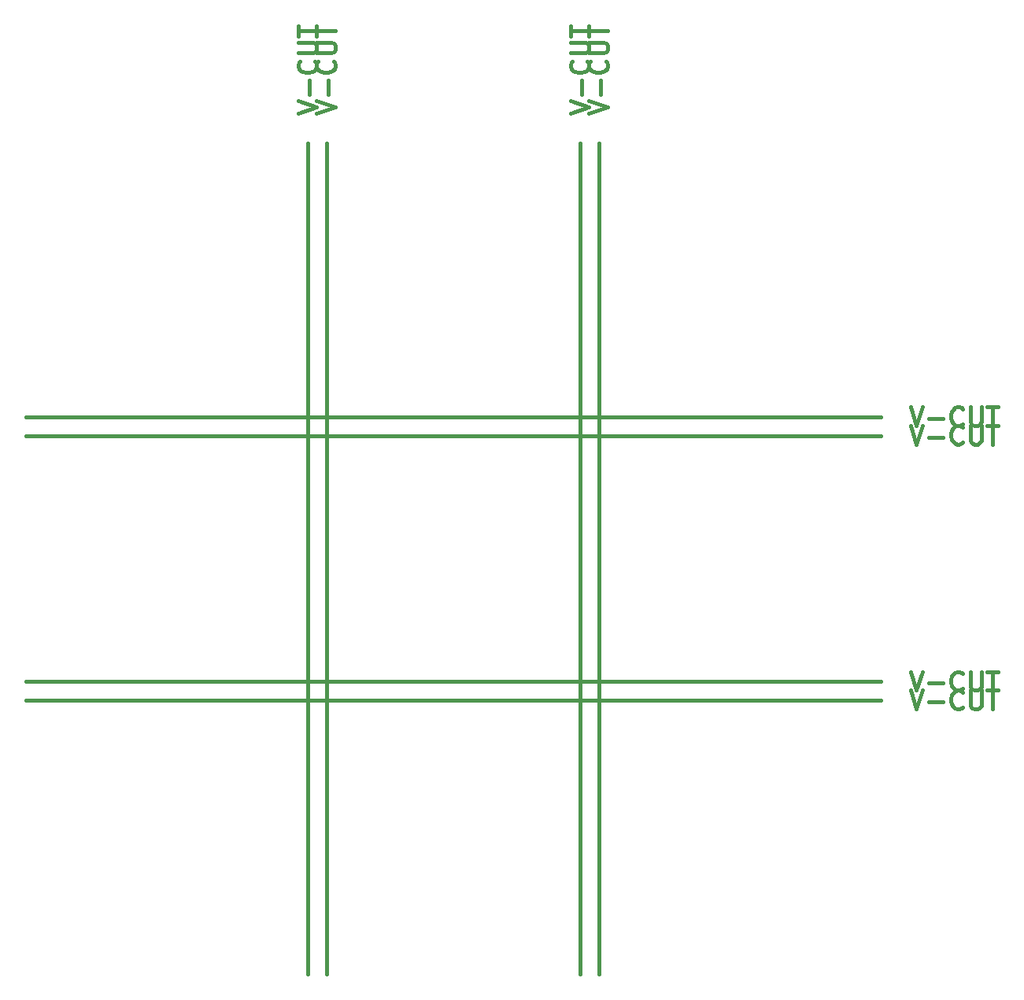
<source format=gbr>
%TF.GenerationSoftware,KiCad,Pcbnew,7.0.2-0*%
%TF.CreationDate,2024-04-23T15:27:55-05:00*%
%TF.ProjectId,saopowerbrdvcut,73616f70-6f77-4657-9262-726476637574,rev?*%
%TF.SameCoordinates,Original*%
%TF.FileFunction,Other,Comment*%
%FSLAX46Y46*%
G04 Gerber Fmt 4.6, Leading zero omitted, Abs format (unit mm)*
G04 Created by KiCad (PCBNEW 7.0.2-0) date 2024-04-23 15:27:55*
%MOMM*%
%LPD*%
G01*
G04 APERTURE LIST*
%ADD10C,0.400000*%
G04 APERTURE END LIST*
D10*
X197643475Y-47420765D02*
X198310141Y-49420765D01*
X198310141Y-49420765D02*
X198976808Y-47420765D01*
X199643475Y-48658860D02*
X201167285Y-48658860D01*
X203262522Y-49230288D02*
X203167284Y-49325527D01*
X203167284Y-49325527D02*
X202881570Y-49420765D01*
X202881570Y-49420765D02*
X202691094Y-49420765D01*
X202691094Y-49420765D02*
X202405379Y-49325527D01*
X202405379Y-49325527D02*
X202214903Y-49135050D01*
X202214903Y-49135050D02*
X202119665Y-48944574D01*
X202119665Y-48944574D02*
X202024427Y-48563622D01*
X202024427Y-48563622D02*
X202024427Y-48277907D01*
X202024427Y-48277907D02*
X202119665Y-47896955D01*
X202119665Y-47896955D02*
X202214903Y-47706479D01*
X202214903Y-47706479D02*
X202405379Y-47516003D01*
X202405379Y-47516003D02*
X202691094Y-47420765D01*
X202691094Y-47420765D02*
X202881570Y-47420765D01*
X202881570Y-47420765D02*
X203167284Y-47516003D01*
X203167284Y-47516003D02*
X203262522Y-47611241D01*
X204119665Y-47420765D02*
X204119665Y-49039812D01*
X204119665Y-49039812D02*
X204214903Y-49230288D01*
X204214903Y-49230288D02*
X204310141Y-49325527D01*
X204310141Y-49325527D02*
X204500617Y-49420765D01*
X204500617Y-49420765D02*
X204881570Y-49420765D01*
X204881570Y-49420765D02*
X205072046Y-49325527D01*
X205072046Y-49325527D02*
X205167284Y-49230288D01*
X205167284Y-49230288D02*
X205262522Y-49039812D01*
X205262522Y-49039812D02*
X205262522Y-47420765D01*
X205929189Y-47420765D02*
X207072046Y-47420765D01*
X206500617Y-49420765D02*
X206500617Y-47420765D01*
X163073239Y-13809523D02*
X165073239Y-13142857D01*
X165073239Y-13142857D02*
X163073239Y-12476190D01*
X164311334Y-11809523D02*
X164311334Y-10285714D01*
X164882762Y-8190476D02*
X164978001Y-8285714D01*
X164978001Y-8285714D02*
X165073239Y-8571428D01*
X165073239Y-8571428D02*
X165073239Y-8761904D01*
X165073239Y-8761904D02*
X164978001Y-9047619D01*
X164978001Y-9047619D02*
X164787524Y-9238095D01*
X164787524Y-9238095D02*
X164597048Y-9333333D01*
X164597048Y-9333333D02*
X164216096Y-9428571D01*
X164216096Y-9428571D02*
X163930381Y-9428571D01*
X163930381Y-9428571D02*
X163549429Y-9333333D01*
X163549429Y-9333333D02*
X163358953Y-9238095D01*
X163358953Y-9238095D02*
X163168477Y-9047619D01*
X163168477Y-9047619D02*
X163073239Y-8761904D01*
X163073239Y-8761904D02*
X163073239Y-8571428D01*
X163073239Y-8571428D02*
X163168477Y-8285714D01*
X163168477Y-8285714D02*
X163263715Y-8190476D01*
X163073239Y-7333333D02*
X164692286Y-7333333D01*
X164692286Y-7333333D02*
X164882762Y-7238095D01*
X164882762Y-7238095D02*
X164978001Y-7142857D01*
X164978001Y-7142857D02*
X165073239Y-6952381D01*
X165073239Y-6952381D02*
X165073239Y-6571428D01*
X165073239Y-6571428D02*
X164978001Y-6380952D01*
X164978001Y-6380952D02*
X164882762Y-6285714D01*
X164882762Y-6285714D02*
X164692286Y-6190476D01*
X164692286Y-6190476D02*
X163073239Y-6190476D01*
X163073239Y-5523809D02*
X163073239Y-4380952D01*
X165073239Y-4952381D02*
X163073239Y-4952381D01*
X133773239Y-13809523D02*
X135773239Y-13142857D01*
X135773239Y-13142857D02*
X133773239Y-12476190D01*
X135011334Y-11809523D02*
X135011334Y-10285714D01*
X135582762Y-8190476D02*
X135678001Y-8285714D01*
X135678001Y-8285714D02*
X135773239Y-8571428D01*
X135773239Y-8571428D02*
X135773239Y-8761904D01*
X135773239Y-8761904D02*
X135678001Y-9047619D01*
X135678001Y-9047619D02*
X135487524Y-9238095D01*
X135487524Y-9238095D02*
X135297048Y-9333333D01*
X135297048Y-9333333D02*
X134916096Y-9428571D01*
X134916096Y-9428571D02*
X134630381Y-9428571D01*
X134630381Y-9428571D02*
X134249429Y-9333333D01*
X134249429Y-9333333D02*
X134058953Y-9238095D01*
X134058953Y-9238095D02*
X133868477Y-9047619D01*
X133868477Y-9047619D02*
X133773239Y-8761904D01*
X133773239Y-8761904D02*
X133773239Y-8571428D01*
X133773239Y-8571428D02*
X133868477Y-8285714D01*
X133868477Y-8285714D02*
X133963715Y-8190476D01*
X133773239Y-7333333D02*
X135392286Y-7333333D01*
X135392286Y-7333333D02*
X135582762Y-7238095D01*
X135582762Y-7238095D02*
X135678001Y-7142857D01*
X135678001Y-7142857D02*
X135773239Y-6952381D01*
X135773239Y-6952381D02*
X135773239Y-6571428D01*
X135773239Y-6571428D02*
X135678001Y-6380952D01*
X135678001Y-6380952D02*
X135582762Y-6285714D01*
X135582762Y-6285714D02*
X135392286Y-6190476D01*
X135392286Y-6190476D02*
X133773239Y-6190476D01*
X133773239Y-5523809D02*
X133773239Y-4380952D01*
X135773239Y-4952381D02*
X133773239Y-4952381D01*
X197643475Y-75910765D02*
X198310141Y-77910765D01*
X198310141Y-77910765D02*
X198976808Y-75910765D01*
X199643475Y-77148860D02*
X201167285Y-77148860D01*
X203262522Y-77720288D02*
X203167284Y-77815527D01*
X203167284Y-77815527D02*
X202881570Y-77910765D01*
X202881570Y-77910765D02*
X202691094Y-77910765D01*
X202691094Y-77910765D02*
X202405379Y-77815527D01*
X202405379Y-77815527D02*
X202214903Y-77625050D01*
X202214903Y-77625050D02*
X202119665Y-77434574D01*
X202119665Y-77434574D02*
X202024427Y-77053622D01*
X202024427Y-77053622D02*
X202024427Y-76767907D01*
X202024427Y-76767907D02*
X202119665Y-76386955D01*
X202119665Y-76386955D02*
X202214903Y-76196479D01*
X202214903Y-76196479D02*
X202405379Y-76006003D01*
X202405379Y-76006003D02*
X202691094Y-75910765D01*
X202691094Y-75910765D02*
X202881570Y-75910765D01*
X202881570Y-75910765D02*
X203167284Y-76006003D01*
X203167284Y-76006003D02*
X203262522Y-76101241D01*
X204119665Y-75910765D02*
X204119665Y-77529812D01*
X204119665Y-77529812D02*
X204214903Y-77720288D01*
X204214903Y-77720288D02*
X204310141Y-77815527D01*
X204310141Y-77815527D02*
X204500617Y-77910765D01*
X204500617Y-77910765D02*
X204881570Y-77910765D01*
X204881570Y-77910765D02*
X205072046Y-77815527D01*
X205072046Y-77815527D02*
X205167284Y-77720288D01*
X205167284Y-77720288D02*
X205262522Y-77529812D01*
X205262522Y-77529812D02*
X205262522Y-75910765D01*
X205929189Y-75910765D02*
X207072046Y-75910765D01*
X206500617Y-77910765D02*
X206500617Y-75910765D01*
X161073239Y-13809523D02*
X163073239Y-13142857D01*
X163073239Y-13142857D02*
X161073239Y-12476190D01*
X162311334Y-11809523D02*
X162311334Y-10285714D01*
X162882762Y-8190476D02*
X162978001Y-8285714D01*
X162978001Y-8285714D02*
X163073239Y-8571428D01*
X163073239Y-8571428D02*
X163073239Y-8761904D01*
X163073239Y-8761904D02*
X162978001Y-9047619D01*
X162978001Y-9047619D02*
X162787524Y-9238095D01*
X162787524Y-9238095D02*
X162597048Y-9333333D01*
X162597048Y-9333333D02*
X162216096Y-9428571D01*
X162216096Y-9428571D02*
X161930381Y-9428571D01*
X161930381Y-9428571D02*
X161549429Y-9333333D01*
X161549429Y-9333333D02*
X161358953Y-9238095D01*
X161358953Y-9238095D02*
X161168477Y-9047619D01*
X161168477Y-9047619D02*
X161073239Y-8761904D01*
X161073239Y-8761904D02*
X161073239Y-8571428D01*
X161073239Y-8571428D02*
X161168477Y-8285714D01*
X161168477Y-8285714D02*
X161263715Y-8190476D01*
X161073239Y-7333333D02*
X162692286Y-7333333D01*
X162692286Y-7333333D02*
X162882762Y-7238095D01*
X162882762Y-7238095D02*
X162978001Y-7142857D01*
X162978001Y-7142857D02*
X163073239Y-6952381D01*
X163073239Y-6952381D02*
X163073239Y-6571428D01*
X163073239Y-6571428D02*
X162978001Y-6380952D01*
X162978001Y-6380952D02*
X162882762Y-6285714D01*
X162882762Y-6285714D02*
X162692286Y-6190476D01*
X162692286Y-6190476D02*
X161073239Y-6190476D01*
X161073239Y-5523809D02*
X161073239Y-4380952D01*
X163073239Y-4952381D02*
X161073239Y-4952381D01*
X131773239Y-13809523D02*
X133773239Y-13142857D01*
X133773239Y-13142857D02*
X131773239Y-12476190D01*
X133011334Y-11809523D02*
X133011334Y-10285714D01*
X133582762Y-8190476D02*
X133678001Y-8285714D01*
X133678001Y-8285714D02*
X133773239Y-8571428D01*
X133773239Y-8571428D02*
X133773239Y-8761904D01*
X133773239Y-8761904D02*
X133678001Y-9047619D01*
X133678001Y-9047619D02*
X133487524Y-9238095D01*
X133487524Y-9238095D02*
X133297048Y-9333333D01*
X133297048Y-9333333D02*
X132916096Y-9428571D01*
X132916096Y-9428571D02*
X132630381Y-9428571D01*
X132630381Y-9428571D02*
X132249429Y-9333333D01*
X132249429Y-9333333D02*
X132058953Y-9238095D01*
X132058953Y-9238095D02*
X131868477Y-9047619D01*
X131868477Y-9047619D02*
X131773239Y-8761904D01*
X131773239Y-8761904D02*
X131773239Y-8571428D01*
X131773239Y-8571428D02*
X131868477Y-8285714D01*
X131868477Y-8285714D02*
X131963715Y-8190476D01*
X131773239Y-7333333D02*
X133392286Y-7333333D01*
X133392286Y-7333333D02*
X133582762Y-7238095D01*
X133582762Y-7238095D02*
X133678001Y-7142857D01*
X133678001Y-7142857D02*
X133773239Y-6952381D01*
X133773239Y-6952381D02*
X133773239Y-6571428D01*
X133773239Y-6571428D02*
X133678001Y-6380952D01*
X133678001Y-6380952D02*
X133582762Y-6285714D01*
X133582762Y-6285714D02*
X133392286Y-6190476D01*
X133392286Y-6190476D02*
X131773239Y-6190476D01*
X131773239Y-5523809D02*
X131773239Y-4380952D01*
X133773239Y-4952381D02*
X131773239Y-4952381D01*
X197643475Y-45420765D02*
X198310141Y-47420765D01*
X198310141Y-47420765D02*
X198976808Y-45420765D01*
X199643475Y-46658860D02*
X201167285Y-46658860D01*
X203262522Y-47230288D02*
X203167284Y-47325527D01*
X203167284Y-47325527D02*
X202881570Y-47420765D01*
X202881570Y-47420765D02*
X202691094Y-47420765D01*
X202691094Y-47420765D02*
X202405379Y-47325527D01*
X202405379Y-47325527D02*
X202214903Y-47135050D01*
X202214903Y-47135050D02*
X202119665Y-46944574D01*
X202119665Y-46944574D02*
X202024427Y-46563622D01*
X202024427Y-46563622D02*
X202024427Y-46277907D01*
X202024427Y-46277907D02*
X202119665Y-45896955D01*
X202119665Y-45896955D02*
X202214903Y-45706479D01*
X202214903Y-45706479D02*
X202405379Y-45516003D01*
X202405379Y-45516003D02*
X202691094Y-45420765D01*
X202691094Y-45420765D02*
X202881570Y-45420765D01*
X202881570Y-45420765D02*
X203167284Y-45516003D01*
X203167284Y-45516003D02*
X203262522Y-45611241D01*
X204119665Y-45420765D02*
X204119665Y-47039812D01*
X204119665Y-47039812D02*
X204214903Y-47230288D01*
X204214903Y-47230288D02*
X204310141Y-47325527D01*
X204310141Y-47325527D02*
X204500617Y-47420765D01*
X204500617Y-47420765D02*
X204881570Y-47420765D01*
X204881570Y-47420765D02*
X205072046Y-47325527D01*
X205072046Y-47325527D02*
X205167284Y-47230288D01*
X205167284Y-47230288D02*
X205262522Y-47039812D01*
X205262522Y-47039812D02*
X205262522Y-45420765D01*
X205929189Y-45420765D02*
X207072046Y-45420765D01*
X206500617Y-47420765D02*
X206500617Y-45420765D01*
X197643475Y-73910765D02*
X198310141Y-75910765D01*
X198310141Y-75910765D02*
X198976808Y-73910765D01*
X199643475Y-75148860D02*
X201167285Y-75148860D01*
X203262522Y-75720288D02*
X203167284Y-75815527D01*
X203167284Y-75815527D02*
X202881570Y-75910765D01*
X202881570Y-75910765D02*
X202691094Y-75910765D01*
X202691094Y-75910765D02*
X202405379Y-75815527D01*
X202405379Y-75815527D02*
X202214903Y-75625050D01*
X202214903Y-75625050D02*
X202119665Y-75434574D01*
X202119665Y-75434574D02*
X202024427Y-75053622D01*
X202024427Y-75053622D02*
X202024427Y-74767907D01*
X202024427Y-74767907D02*
X202119665Y-74386955D01*
X202119665Y-74386955D02*
X202214903Y-74196479D01*
X202214903Y-74196479D02*
X202405379Y-74006003D01*
X202405379Y-74006003D02*
X202691094Y-73910765D01*
X202691094Y-73910765D02*
X202881570Y-73910765D01*
X202881570Y-73910765D02*
X203167284Y-74006003D01*
X203167284Y-74006003D02*
X203262522Y-74101241D01*
X204119665Y-73910765D02*
X204119665Y-75529812D01*
X204119665Y-75529812D02*
X204214903Y-75720288D01*
X204214903Y-75720288D02*
X204310141Y-75815527D01*
X204310141Y-75815527D02*
X204500617Y-75910765D01*
X204500617Y-75910765D02*
X204881570Y-75910765D01*
X204881570Y-75910765D02*
X205072046Y-75815527D01*
X205072046Y-75815527D02*
X205167284Y-75720288D01*
X205167284Y-75720288D02*
X205262522Y-75529812D01*
X205262522Y-75529812D02*
X205262522Y-73910765D01*
X205929189Y-73910765D02*
X207072046Y-73910765D01*
X206500617Y-75910765D02*
X206500617Y-73910765D01*
X102547002Y-76985527D02*
X194452999Y-76985527D01*
X164148001Y-17000000D02*
X164148001Y-106473165D01*
X132848001Y-17000000D02*
X132848001Y-106473165D01*
X102547002Y-74985527D02*
X194452999Y-74985527D01*
X102547002Y-48495527D02*
X194452999Y-48495527D01*
X162148001Y-17000000D02*
X162148001Y-106473165D01*
X134848001Y-17000000D02*
X134848001Y-106473165D01*
X102547002Y-46495527D02*
X194452999Y-46495527D01*
M02*

</source>
